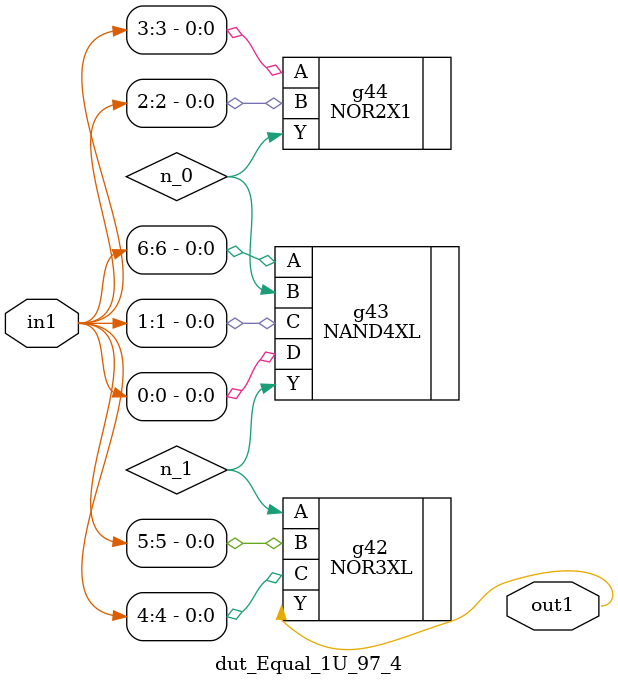
<source format=v>
`timescale 1ps / 1ps


module dut_Equal_1U_97_4(in1, out1);
  input [6:0] in1;
  output out1;
  wire [6:0] in1;
  wire out1;
  wire n_0, n_1;
  NOR3XL g42(.A (n_1), .B (in1[5]), .C (in1[4]), .Y (out1));
  NAND4XL g43(.A (in1[6]), .B (n_0), .C (in1[1]), .D (in1[0]), .Y
       (n_1));
  NOR2X1 g44(.A (in1[3]), .B (in1[2]), .Y (n_0));
endmodule



</source>
